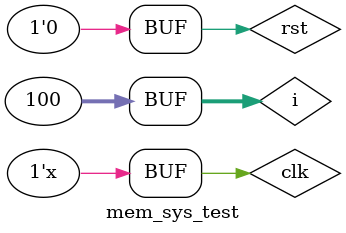
<source format=v>
`timescale 1ns / 1ps


module mem_sys_test;

	// Inputs
	reg clk;
	reg rst;
	integer i;
	// Outputs
	wire [31:0] ins, pc_in;
	wire [3:0] opcode;
	wire [10:0] funct;

	// Instantiate the Unit Under Test (UUT)
	mem_time_system uut (
		.clk(clk), 
		.rst(rst), 
		.ins(ins), 
		.opcode(opcode),
		.pc_new(pc_in),
		.funct(funct)
	);


	initial begin
		// Initialize Inputs
		$monitor($time, " <>pc_in: %d, opcode: %b", pc_in, opcode);
		clk = 0;
		rst = 0;

		rst = 1;
		#20;
		rst = 0;
		#5;
		// Wait 100 ns for global reset to finish
		#100;
      for(i=0;i<100;i=i+1) begin
			$monitor($time, " pc_in: %d, opcode: %d, funct: %d", pc_in, opcode, funct);
		end
		// Add stimulus here

	end
   always #5 clk = ~clk;
endmodule


</source>
